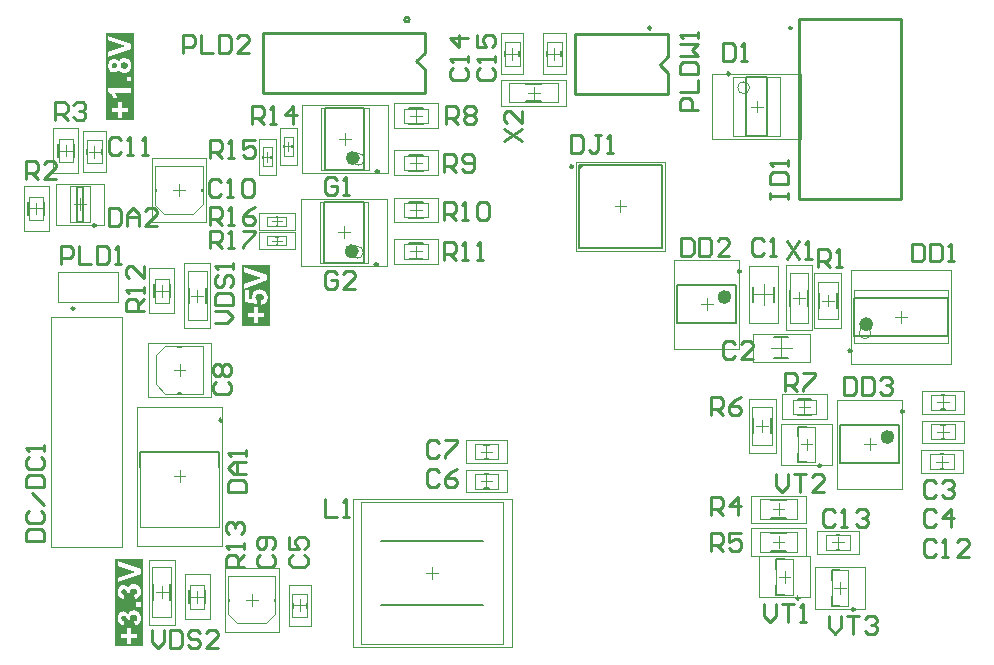
<source format=gto>
G04 Layer_Color=65535*
%FSLAX42Y42*%
%MOMM*%
G71*
G01*
G75*
%ADD36C,0.10*%
%ADD40C,0.20*%
%ADD41C,0.25*%
%ADD42C,0.05*%
%ADD50C,0.25*%
%ADD51C,0.60*%
%ADD52C,0.08*%
G36*
X1194Y142D02*
X957D01*
Y881D01*
X1194D01*
Y142D01*
D02*
G37*
G36*
X1112Y4595D02*
X876D01*
Y5333D01*
X1112D01*
Y4595D01*
D02*
G37*
G36*
X4883Y4180D02*
Y4217D01*
X4920D01*
X4883Y4180D01*
D02*
G37*
G36*
X2266Y2856D02*
X2030D01*
Y3370D01*
X2266D01*
Y2856D01*
D02*
G37*
%LPC*%
G36*
X1115Y446D02*
X1113D01*
X1106Y445D01*
X1101Y444D01*
X1095Y443D01*
X1091Y441D01*
X1088Y439D01*
X1085Y438D01*
X1083Y437D01*
X1083Y436D01*
X1079Y432D01*
X1075Y428D01*
X1072Y423D01*
X1070Y419D01*
X1068Y415D01*
X1068Y412D01*
X1067Y411D01*
Y410D01*
X1067Y410D01*
Y410D01*
X1064Y415D01*
X1061Y419D01*
X1057Y422D01*
X1054Y426D01*
X1051Y428D01*
X1047Y431D01*
X1044Y432D01*
X1041Y434D01*
X1038Y435D01*
X1035Y436D01*
X1033Y437D01*
X1030Y437D01*
X1029Y437D01*
X1027Y437D01*
X1026D01*
X1023Y437D01*
X1020Y437D01*
X1014Y435D01*
X1008Y433D01*
X1003Y431D01*
X1000Y428D01*
X997Y426D01*
X996Y425D01*
X995Y424D01*
X995Y424D01*
X994Y424D01*
X991Y421D01*
X988Y417D01*
X986Y414D01*
X984Y410D01*
X982Y406D01*
X981Y403D01*
X979Y396D01*
X978Y393D01*
X978Y390D01*
X977Y387D01*
X977Y385D01*
X977Y383D01*
Y381D01*
Y380D01*
Y380D01*
X977Y374D01*
X978Y369D01*
X979Y364D01*
X980Y360D01*
X981Y357D01*
X982Y354D01*
X983Y352D01*
X983Y352D01*
Y352D01*
X985Y347D01*
X988Y343D01*
X991Y340D01*
X993Y337D01*
X996Y335D01*
X998Y333D01*
X999Y332D01*
X1000Y332D01*
X1004Y329D01*
X1008Y327D01*
X1013Y325D01*
X1017Y324D01*
X1021Y322D01*
X1025Y322D01*
X1026Y321D01*
X1027D01*
X1027Y321D01*
X1028D01*
X1033Y355D01*
X1029Y356D01*
X1025Y357D01*
X1021Y358D01*
X1019Y359D01*
X1017Y361D01*
X1015Y362D01*
X1014Y363D01*
X1014Y363D01*
X1012Y365D01*
X1010Y368D01*
X1009Y371D01*
X1008Y373D01*
X1008Y376D01*
X1007Y377D01*
Y379D01*
Y379D01*
X1008Y382D01*
X1008Y386D01*
X1009Y388D01*
X1010Y390D01*
X1011Y392D01*
X1012Y393D01*
X1013Y394D01*
X1013Y395D01*
X1015Y397D01*
X1018Y398D01*
X1021Y399D01*
X1023Y400D01*
X1025Y400D01*
X1027Y400D01*
X1029D01*
X1033Y400D01*
X1036Y399D01*
X1040Y398D01*
X1042Y397D01*
X1044Y395D01*
X1046Y394D01*
X1047Y393D01*
X1047Y392D01*
X1049Y389D01*
X1051Y385D01*
X1052Y382D01*
X1053Y378D01*
X1053Y375D01*
X1053Y372D01*
Y371D01*
Y370D01*
Y370D01*
Y369D01*
X1083Y365D01*
X1082Y369D01*
X1081Y372D01*
X1081Y375D01*
X1081Y378D01*
X1080Y380D01*
Y381D01*
Y382D01*
Y382D01*
X1081Y386D01*
X1082Y390D01*
X1083Y393D01*
X1084Y395D01*
X1086Y397D01*
X1087Y399D01*
X1088Y400D01*
X1089Y400D01*
X1092Y403D01*
X1096Y405D01*
X1099Y406D01*
X1103Y407D01*
X1106Y408D01*
X1109Y408D01*
X1111D01*
X1116Y408D01*
X1121Y407D01*
X1125Y406D01*
X1128Y404D01*
X1131Y403D01*
X1133Y402D01*
X1134Y400D01*
X1134Y400D01*
X1137Y397D01*
X1139Y394D01*
X1141Y391D01*
X1142Y388D01*
X1143Y385D01*
X1143Y383D01*
X1143Y382D01*
Y381D01*
X1143Y377D01*
X1142Y374D01*
X1141Y371D01*
X1139Y368D01*
X1138Y366D01*
X1137Y364D01*
X1136Y363D01*
X1136Y363D01*
X1133Y360D01*
X1130Y358D01*
X1126Y357D01*
X1123Y355D01*
X1120Y355D01*
X1117Y354D01*
X1116Y354D01*
X1115D01*
X1119Y318D01*
X1124Y319D01*
X1128Y320D01*
X1136Y322D01*
X1143Y325D01*
X1145Y327D01*
X1148Y329D01*
X1151Y331D01*
X1153Y332D01*
X1154Y334D01*
X1156Y335D01*
X1157Y336D01*
X1158Y337D01*
X1158Y338D01*
X1159Y338D01*
X1161Y341D01*
X1164Y345D01*
X1166Y348D01*
X1167Y352D01*
X1170Y359D01*
X1172Y366D01*
X1172Y369D01*
X1173Y372D01*
X1173Y375D01*
X1173Y377D01*
X1174Y379D01*
Y380D01*
Y381D01*
Y381D01*
X1173Y386D01*
X1173Y391D01*
X1172Y396D01*
X1171Y400D01*
X1169Y404D01*
X1168Y408D01*
X1166Y412D01*
X1165Y415D01*
X1163Y417D01*
X1161Y420D01*
X1160Y422D01*
X1159Y424D01*
X1158Y425D01*
X1157Y427D01*
X1156Y427D01*
X1156Y427D01*
X1153Y431D01*
X1149Y433D01*
X1145Y436D01*
X1142Y438D01*
X1138Y440D01*
X1134Y442D01*
X1128Y444D01*
X1124Y444D01*
X1121Y445D01*
X1119Y445D01*
X1117Y446D01*
X1115Y446D01*
D02*
G37*
G36*
X1170Y514D02*
X1133D01*
Y477D01*
X1170D01*
Y514D01*
D02*
G37*
G36*
X1093Y297D02*
X1058D01*
Y246D01*
X1008D01*
Y213D01*
X1058D01*
Y162D01*
X1093D01*
Y213D01*
X1142D01*
Y246D01*
X1093D01*
Y297D01*
D02*
G37*
G36*
X1115Y670D02*
X1113D01*
X1106Y669D01*
X1101Y668D01*
X1095Y667D01*
X1091Y665D01*
X1088Y663D01*
X1085Y662D01*
X1083Y661D01*
X1083Y660D01*
X1079Y656D01*
X1075Y652D01*
X1072Y647D01*
X1070Y643D01*
X1068Y639D01*
X1068Y636D01*
X1067Y635D01*
Y634D01*
X1067Y634D01*
Y634D01*
X1064Y639D01*
X1061Y643D01*
X1057Y646D01*
X1054Y650D01*
X1051Y653D01*
X1047Y655D01*
X1044Y656D01*
X1041Y658D01*
X1038Y659D01*
X1035Y660D01*
X1033Y661D01*
X1030Y661D01*
X1029Y661D01*
X1027Y661D01*
X1026D01*
X1023Y661D01*
X1020Y661D01*
X1014Y659D01*
X1008Y657D01*
X1003Y655D01*
X1000Y652D01*
X997Y650D01*
X996Y649D01*
X995Y648D01*
X995Y648D01*
X994Y648D01*
X991Y645D01*
X988Y641D01*
X986Y638D01*
X984Y634D01*
X982Y630D01*
X981Y627D01*
X979Y620D01*
X978Y617D01*
X978Y614D01*
X977Y611D01*
X977Y609D01*
X977Y607D01*
Y605D01*
Y604D01*
Y604D01*
X977Y598D01*
X978Y593D01*
X979Y588D01*
X980Y584D01*
X981Y581D01*
X982Y578D01*
X983Y576D01*
X983Y576D01*
Y576D01*
X985Y571D01*
X988Y567D01*
X991Y564D01*
X993Y561D01*
X996Y559D01*
X998Y557D01*
X999Y556D01*
X1000Y556D01*
X1004Y553D01*
X1008Y551D01*
X1013Y549D01*
X1017Y548D01*
X1021Y546D01*
X1025Y546D01*
X1026Y545D01*
X1027D01*
X1027Y545D01*
X1028D01*
X1033Y579D01*
X1029Y580D01*
X1025Y581D01*
X1021Y582D01*
X1019Y583D01*
X1017Y585D01*
X1015Y586D01*
X1014Y587D01*
X1014Y587D01*
X1012Y589D01*
X1010Y592D01*
X1009Y595D01*
X1008Y598D01*
X1008Y600D01*
X1007Y601D01*
Y603D01*
Y603D01*
X1008Y606D01*
X1008Y610D01*
X1009Y612D01*
X1010Y614D01*
X1011Y616D01*
X1012Y618D01*
X1013Y618D01*
X1013Y619D01*
X1015Y621D01*
X1018Y622D01*
X1021Y623D01*
X1023Y624D01*
X1025Y624D01*
X1027Y624D01*
X1029D01*
X1033Y624D01*
X1036Y623D01*
X1040Y622D01*
X1042Y621D01*
X1044Y619D01*
X1046Y618D01*
X1047Y617D01*
X1047Y616D01*
X1049Y613D01*
X1051Y609D01*
X1052Y606D01*
X1053Y602D01*
X1053Y599D01*
X1053Y596D01*
Y595D01*
Y594D01*
Y594D01*
Y593D01*
X1083Y589D01*
X1082Y593D01*
X1081Y596D01*
X1081Y599D01*
X1081Y602D01*
X1080Y604D01*
Y605D01*
Y606D01*
Y606D01*
X1081Y610D01*
X1082Y614D01*
X1083Y617D01*
X1084Y619D01*
X1086Y621D01*
X1087Y623D01*
X1088Y624D01*
X1089Y624D01*
X1092Y627D01*
X1096Y629D01*
X1099Y630D01*
X1103Y631D01*
X1106Y632D01*
X1109Y632D01*
X1111D01*
X1116Y632D01*
X1121Y631D01*
X1125Y630D01*
X1128Y628D01*
X1131Y627D01*
X1133Y626D01*
X1134Y624D01*
X1134Y624D01*
X1137Y621D01*
X1139Y618D01*
X1141Y615D01*
X1142Y612D01*
X1143Y609D01*
X1143Y607D01*
X1143Y606D01*
Y605D01*
X1143Y601D01*
X1142Y598D01*
X1141Y595D01*
X1139Y592D01*
X1138Y590D01*
X1137Y588D01*
X1136Y587D01*
X1136Y587D01*
X1133Y584D01*
X1130Y582D01*
X1126Y581D01*
X1123Y579D01*
X1120Y579D01*
X1117Y578D01*
X1116Y578D01*
X1115D01*
X1119Y542D01*
X1124Y543D01*
X1128Y544D01*
X1136Y546D01*
X1143Y550D01*
X1145Y551D01*
X1148Y553D01*
X1151Y555D01*
X1153Y556D01*
X1154Y558D01*
X1156Y559D01*
X1157Y560D01*
X1158Y561D01*
X1158Y562D01*
X1159Y562D01*
X1161Y565D01*
X1164Y569D01*
X1166Y572D01*
X1167Y576D01*
X1170Y583D01*
X1172Y590D01*
X1172Y593D01*
X1173Y596D01*
X1173Y599D01*
X1173Y601D01*
X1174Y603D01*
Y604D01*
Y605D01*
Y605D01*
X1173Y610D01*
X1173Y615D01*
X1172Y620D01*
X1171Y624D01*
X1169Y628D01*
X1168Y632D01*
X1166Y636D01*
X1165Y639D01*
X1163Y641D01*
X1161Y644D01*
X1160Y646D01*
X1159Y648D01*
X1158Y649D01*
X1157Y651D01*
X1156Y651D01*
X1156Y651D01*
X1153Y655D01*
X1149Y657D01*
X1145Y660D01*
X1142Y662D01*
X1138Y664D01*
X1134Y666D01*
X1128Y668D01*
X1124Y668D01*
X1121Y669D01*
X1119Y669D01*
X1117Y670D01*
X1115Y670D01*
D02*
G37*
G36*
X978Y861D02*
Y819D01*
X1120Y772D01*
X978Y724D01*
Y682D01*
X1170Y751D01*
Y792D01*
X978Y861D01*
D02*
G37*
G36*
X1089Y4966D02*
X1052D01*
Y4929D01*
X1089D01*
Y4966D01*
D02*
G37*
G36*
X1035Y5122D02*
X1032D01*
X1027Y5122D01*
X1021Y5121D01*
X1016Y5120D01*
X1012Y5118D01*
X1009Y5117D01*
X1006Y5115D01*
X1005Y5114D01*
X1004Y5114D01*
X1000Y5111D01*
X996Y5107D01*
X992Y5103D01*
X990Y5099D01*
X988Y5095D01*
X986Y5092D01*
X985Y5091D01*
X985Y5090D01*
X985Y5090D01*
Y5089D01*
X983Y5094D01*
X980Y5098D01*
X978Y5101D01*
X975Y5104D01*
X973Y5106D01*
X971Y5108D01*
X970Y5109D01*
X969Y5109D01*
X965Y5111D01*
X961Y5113D01*
X957Y5114D01*
X953Y5115D01*
X950Y5116D01*
X947Y5116D01*
X945D01*
X941Y5116D01*
X937Y5116D01*
X931Y5114D01*
X925Y5111D01*
X919Y5109D01*
X915Y5106D01*
X914Y5104D01*
X912Y5103D01*
X911Y5102D01*
X910Y5101D01*
X910Y5101D01*
X910Y5101D01*
X907Y5098D01*
X905Y5095D01*
X903Y5091D01*
X901Y5088D01*
X899Y5081D01*
X897Y5074D01*
X897Y5071D01*
X896Y5068D01*
X896Y5065D01*
X896Y5063D01*
X896Y5061D01*
Y5059D01*
Y5058D01*
Y5058D01*
X896Y5053D01*
X896Y5048D01*
X897Y5044D01*
X898Y5040D01*
X899Y5036D01*
X900Y5032D01*
X901Y5029D01*
X902Y5026D01*
X904Y5024D01*
X905Y5021D01*
X906Y5020D01*
X907Y5018D01*
X908Y5017D01*
X909Y5016D01*
X909Y5016D01*
X910Y5015D01*
X912Y5013D01*
X915Y5010D01*
X918Y5008D01*
X921Y5007D01*
X927Y5004D01*
X933Y5002D01*
X938Y5001D01*
X940Y5001D01*
X942Y5001D01*
X943Y5000D01*
X945D01*
X950Y5001D01*
X954Y5001D01*
X958Y5002D01*
X962Y5004D01*
X965Y5005D01*
X967Y5006D01*
X968Y5006D01*
X969Y5007D01*
X972Y5010D01*
X975Y5013D01*
X978Y5016D01*
X981Y5020D01*
X982Y5023D01*
X984Y5025D01*
X985Y5027D01*
X985Y5027D01*
Y5028D01*
X988Y5022D01*
X991Y5017D01*
X994Y5013D01*
X998Y5009D01*
X1001Y5006D01*
X1003Y5005D01*
X1005Y5003D01*
X1005Y5003D01*
X1005D01*
X1010Y5001D01*
X1015Y4999D01*
X1020Y4998D01*
X1025Y4996D01*
X1028Y4996D01*
X1031Y4996D01*
X1034D01*
X1039Y4996D01*
X1044Y4996D01*
X1049Y4998D01*
X1053Y4999D01*
X1057Y5000D01*
X1061Y5002D01*
X1064Y5004D01*
X1067Y5006D01*
X1070Y5008D01*
X1072Y5010D01*
X1074Y5011D01*
X1076Y5013D01*
X1077Y5014D01*
X1078Y5015D01*
X1078Y5016D01*
X1079Y5016D01*
X1081Y5019D01*
X1083Y5023D01*
X1085Y5027D01*
X1087Y5030D01*
X1089Y5038D01*
X1091Y5044D01*
X1091Y5048D01*
X1092Y5051D01*
X1092Y5053D01*
X1092Y5055D01*
X1092Y5057D01*
Y5059D01*
Y5059D01*
Y5060D01*
X1092Y5065D01*
X1092Y5070D01*
X1091Y5074D01*
X1090Y5079D01*
X1088Y5083D01*
X1087Y5086D01*
X1086Y5090D01*
X1084Y5093D01*
X1082Y5096D01*
X1081Y5098D01*
X1080Y5100D01*
X1078Y5102D01*
X1077Y5103D01*
X1077Y5104D01*
X1076Y5105D01*
X1076Y5105D01*
X1072Y5108D01*
X1069Y5111D01*
X1065Y5113D01*
X1062Y5115D01*
X1058Y5117D01*
X1055Y5118D01*
X1048Y5120D01*
X1045Y5121D01*
X1042Y5121D01*
X1039Y5122D01*
X1037Y5122D01*
X1035Y5122D01*
D02*
G37*
G36*
X897Y5313D02*
Y5272D01*
X1039Y5225D01*
X897Y5176D01*
Y5134D01*
X1089Y5203D01*
Y5245D01*
X897Y5313D01*
D02*
G37*
G36*
X1011Y4749D02*
X977D01*
Y4699D01*
X927D01*
Y4665D01*
X977D01*
Y4615D01*
X1011D01*
Y4665D01*
X1061D01*
Y4699D01*
X1011D01*
Y4749D01*
D02*
G37*
G36*
X1089Y4866D02*
X896D01*
Y4836D01*
X902Y4833D01*
X908Y4830D01*
X913Y4826D01*
X918Y4822D01*
X921Y4819D01*
X924Y4816D01*
X925Y4815D01*
X926Y4814D01*
X926Y4813D01*
X927Y4813D01*
X931Y4807D01*
X935Y4801D01*
X938Y4796D01*
X940Y4791D01*
X942Y4787D01*
X943Y4784D01*
X944Y4783D01*
X944Y4782D01*
X944Y4782D01*
Y4782D01*
X977D01*
X974Y4792D01*
X969Y4801D01*
X967Y4805D01*
X965Y4809D01*
X962Y4812D01*
X960Y4816D01*
X958Y4819D01*
X956Y4822D01*
X954Y4824D01*
X953Y4826D01*
X951Y4827D01*
X950Y4828D01*
X950Y4829D01*
X950Y4829D01*
X1089D01*
Y4866D01*
D02*
G37*
%LPD*%
G36*
X1036Y5086D02*
X1041Y5085D01*
X1045Y5083D01*
X1048Y5082D01*
X1051Y5081D01*
X1053Y5079D01*
X1054Y5078D01*
X1055Y5078D01*
X1057Y5075D01*
X1059Y5072D01*
X1061Y5069D01*
X1062Y5066D01*
X1062Y5063D01*
X1063Y5061D01*
Y5060D01*
Y5059D01*
X1062Y5055D01*
X1061Y5051D01*
X1060Y5048D01*
X1058Y5045D01*
X1057Y5043D01*
X1056Y5041D01*
X1055Y5040D01*
X1054Y5040D01*
X1051Y5037D01*
X1047Y5035D01*
X1043Y5034D01*
X1039Y5033D01*
X1035Y5033D01*
X1033Y5032D01*
X1030D01*
X1026Y5032D01*
X1022Y5033D01*
X1019Y5034D01*
X1016Y5035D01*
X1014Y5036D01*
X1012Y5037D01*
X1010Y5038D01*
X1010Y5038D01*
X1007Y5041D01*
X1004Y5044D01*
X1003Y5048D01*
X1002Y5051D01*
X1001Y5054D01*
X1000Y5056D01*
Y5058D01*
Y5058D01*
Y5059D01*
X1001Y5063D01*
X1002Y5067D01*
X1003Y5070D01*
X1005Y5073D01*
X1006Y5075D01*
X1007Y5077D01*
X1009Y5078D01*
X1009Y5078D01*
X1012Y5081D01*
X1016Y5083D01*
X1019Y5084D01*
X1023Y5085D01*
X1026Y5086D01*
X1029Y5086D01*
X1031D01*
X1036Y5086D01*
D02*
G37*
G36*
X952Y5081D02*
X955Y5080D01*
X958Y5079D01*
X960Y5078D01*
X963Y5077D01*
X964Y5076D01*
X965Y5075D01*
X965Y5075D01*
X967Y5073D01*
X969Y5070D01*
X970Y5067D01*
X970Y5064D01*
X971Y5062D01*
X971Y5060D01*
Y5059D01*
Y5058D01*
X971Y5054D01*
X970Y5051D01*
X969Y5048D01*
X968Y5046D01*
X967Y5044D01*
X966Y5043D01*
X965Y5042D01*
X965Y5041D01*
X963Y5039D01*
X960Y5038D01*
X957Y5037D01*
X954Y5036D01*
X952Y5036D01*
X950Y5035D01*
X948D01*
X944Y5036D01*
X941Y5036D01*
X938Y5037D01*
X936Y5038D01*
X934Y5039D01*
X932Y5041D01*
X931Y5041D01*
X931Y5041D01*
X929Y5044D01*
X927Y5047D01*
X926Y5049D01*
X926Y5052D01*
X925Y5055D01*
X925Y5057D01*
Y5058D01*
Y5058D01*
X925Y5062D01*
X926Y5065D01*
X927Y5068D01*
X928Y5071D01*
X929Y5073D01*
X930Y5074D01*
X931Y5075D01*
X931Y5075D01*
X934Y5077D01*
X936Y5079D01*
X939Y5080D01*
X942Y5081D01*
X944Y5081D01*
X946Y5081D01*
X948D01*
X952Y5081D01*
D02*
G37*
%LPC*%
G36*
X2165Y3011D02*
X2131D01*
Y2960D01*
X2081D01*
Y2926D01*
X2131D01*
Y2876D01*
X2165D01*
Y2926D01*
X2215D01*
Y2960D01*
X2165D01*
Y3011D01*
D02*
G37*
G36*
X2180Y3163D02*
X2178D01*
X2173Y3163D01*
X2168Y3162D01*
X2163Y3162D01*
X2159Y3161D01*
X2155Y3159D01*
X2151Y3158D01*
X2147Y3156D01*
X2144Y3155D01*
X2141Y3153D01*
X2139Y3152D01*
X2137Y3150D01*
X2135Y3149D01*
X2134Y3148D01*
X2133Y3147D01*
X2132Y3146D01*
X2132Y3146D01*
X2129Y3143D01*
X2126Y3139D01*
X2123Y3136D01*
X2121Y3132D01*
X2120Y3129D01*
X2118Y3125D01*
X2116Y3119D01*
X2115Y3116D01*
X2115Y3113D01*
X2114Y3111D01*
X2114Y3109D01*
X2114Y3107D01*
Y3106D01*
Y3105D01*
Y3104D01*
X2114Y3100D01*
X2115Y3095D01*
X2116Y3091D01*
X2117Y3087D01*
X2118Y3084D01*
X2119Y3081D01*
X2120Y3080D01*
X2120Y3079D01*
Y3079D01*
X2087Y3085D01*
Y3155D01*
X2053D01*
Y3057D01*
X2153Y3038D01*
X2157Y3068D01*
X2155Y3071D01*
X2153Y3073D01*
X2151Y3076D01*
X2149Y3078D01*
X2146Y3083D01*
X2145Y3087D01*
X2144Y3091D01*
X2143Y3094D01*
X2143Y3095D01*
Y3096D01*
Y3096D01*
Y3097D01*
X2143Y3101D01*
X2144Y3105D01*
X2146Y3109D01*
X2148Y3112D01*
X2149Y3114D01*
X2151Y3116D01*
X2152Y3117D01*
X2152Y3118D01*
X2156Y3120D01*
X2160Y3122D01*
X2164Y3124D01*
X2169Y3124D01*
X2173Y3125D01*
X2176Y3126D01*
X2179D01*
X2186Y3125D01*
X2191Y3124D01*
X2196Y3123D01*
X2200Y3122D01*
X2203Y3120D01*
X2206Y3119D01*
X2207Y3118D01*
X2207Y3118D01*
X2210Y3114D01*
X2213Y3111D01*
X2214Y3108D01*
X2216Y3105D01*
X2216Y3102D01*
X2216Y3100D01*
X2217Y3098D01*
Y3098D01*
X2216Y3094D01*
X2216Y3091D01*
X2214Y3088D01*
X2213Y3085D01*
X2212Y3083D01*
X2211Y3081D01*
X2210Y3080D01*
X2209Y3080D01*
X2206Y3077D01*
X2203Y3075D01*
X2200Y3073D01*
X2197Y3072D01*
X2194Y3071D01*
X2192Y3071D01*
X2190Y3071D01*
X2190D01*
X2194Y3034D01*
X2198Y3035D01*
X2202Y3036D01*
X2210Y3038D01*
X2216Y3041D01*
X2219Y3043D01*
X2222Y3045D01*
X2224Y3047D01*
X2226Y3048D01*
X2228Y3050D01*
X2229Y3051D01*
X2231Y3052D01*
X2231Y3053D01*
X2232Y3053D01*
X2232Y3054D01*
X2234Y3057D01*
X2237Y3060D01*
X2239Y3064D01*
X2240Y3068D01*
X2243Y3075D01*
X2244Y3082D01*
X2245Y3085D01*
X2245Y3088D01*
X2246Y3091D01*
X2246Y3093D01*
X2246Y3095D01*
Y3096D01*
Y3097D01*
Y3097D01*
X2246Y3103D01*
X2245Y3109D01*
X2244Y3114D01*
X2242Y3119D01*
X2240Y3124D01*
X2238Y3128D01*
X2236Y3132D01*
X2233Y3136D01*
X2231Y3139D01*
X2229Y3142D01*
X2227Y3144D01*
X2225Y3146D01*
X2223Y3147D01*
X2222Y3149D01*
X2221Y3149D01*
X2221Y3149D01*
X2217Y3152D01*
X2214Y3154D01*
X2210Y3156D01*
X2206Y3157D01*
X2199Y3160D01*
X2192Y3162D01*
X2189Y3162D01*
X2187Y3162D01*
X2184Y3163D01*
X2182D01*
X2180Y3163D01*
D02*
G37*
G36*
X2050Y3350D02*
Y3309D01*
X2193Y3262D01*
X2050Y3213D01*
Y3171D01*
X2242Y3240D01*
Y3282D01*
X2050Y3350D01*
D02*
G37*
%LPD*%
D36*
X1239Y2707D02*
G03*
X1239Y2707I-5J0D01*
G01*
X1891Y270D02*
G03*
X1891Y270I-5J0D01*
G01*
X1275Y3740D02*
G03*
X1275Y3740I-5J0D01*
G01*
X3064Y4265D02*
G03*
X3064Y4265I-50J0D01*
G01*
X3056Y3477D02*
G03*
X3056Y3477I-50J0D01*
G01*
X7354Y2796D02*
G03*
X7354Y2796I-50J0D01*
G01*
X6326Y4872D02*
G03*
X6326Y4872I-50J0D01*
G01*
X570Y4035D02*
X745D01*
X570Y3733D02*
X745D01*
X570D02*
Y4035D01*
X745Y3733D02*
Y4035D01*
X6519Y1849D02*
Y2169D01*
X6349Y1849D02*
Y2169D01*
X6519D01*
X6349Y1849D02*
X6519D01*
X7865Y2270D02*
X8065D01*
X7865Y2145D02*
X8065D01*
X7865D02*
Y2270D01*
X8065Y2145D02*
Y2270D01*
X7865Y2020D02*
X8065D01*
X7865Y1895D02*
X8065D01*
X7865D02*
Y2020D01*
X8065Y1895D02*
Y2020D01*
X7855Y1644D02*
X8055D01*
X7855Y1769D02*
X8055D01*
Y1644D02*
Y1769D01*
X7855Y1644D02*
Y1769D01*
X6412Y1386D02*
X6732D01*
X6412Y1216D02*
X6732D01*
X6412D02*
Y1386D01*
X6732Y1216D02*
Y1386D01*
X3104Y4176D02*
Y4696D01*
X2694Y4176D02*
Y4696D01*
Y4176D02*
X3104D01*
X2694Y4696D02*
X3104D01*
X3096Y3387D02*
Y3907D01*
X2686Y3387D02*
Y3907D01*
Y3387D02*
X3096D01*
X2686Y3907D02*
X3096D01*
X1300Y2361D02*
Y2606D01*
X1375Y2681D01*
X1700D01*
X1380Y2281D02*
X1700D01*
X1300Y2361D02*
X1380Y2281D01*
X1700D02*
Y2681D01*
X1988Y336D02*
X2233D01*
X1912Y411D02*
X1988Y336D01*
X1912Y411D02*
Y736D01*
X2312Y416D02*
Y736D01*
X2233Y336D02*
X2312Y416D01*
X1912Y736D02*
X2312D01*
X1371Y3806D02*
X1616D01*
X1296Y3881D02*
X1371Y3806D01*
X1296Y3881D02*
Y4206D01*
X1696Y3886D02*
Y4206D01*
X1616Y3806D02*
X1696Y3886D01*
X1296Y4206D02*
X1696D01*
X1570Y2901D02*
Y3321D01*
X1730Y2901D02*
Y3321D01*
X1570Y2901D02*
X1730D01*
X1570Y3321D02*
X1730D01*
X1430Y391D02*
Y811D01*
X1270Y391D02*
Y811D01*
X1430D01*
X1270Y391D02*
X1430D01*
X7214Y2706D02*
X8004D01*
X7214Y3156D02*
X8004D01*
X7214Y2706D02*
Y3156D01*
X8004Y2706D02*
Y3156D01*
X4883Y3517D02*
Y4217D01*
X5583Y3517D02*
Y4217D01*
X4883D02*
X5583D01*
X4883Y3517D02*
X5583D01*
X3040Y164D02*
Y1364D01*
X4240Y164D02*
Y1364D01*
X3040D02*
X4240D01*
X3040Y164D02*
X4240D01*
X7074Y2909D02*
Y3229D01*
X6904Y2909D02*
Y3229D01*
X7074D01*
X6904Y2909D02*
X7074D01*
X6412Y940D02*
X6732D01*
X6412Y1110D02*
X6732D01*
Y940D02*
Y1110D01*
X6412Y940D02*
Y1110D01*
X228Y3749D02*
Y3949D01*
X348Y3749D02*
Y3949D01*
X228Y3749D02*
X348D01*
X228Y3949D02*
X348D01*
X478Y4239D02*
Y4439D01*
X598Y4239D02*
Y4439D01*
X478Y4239D02*
X598D01*
X478Y4439D02*
X598D01*
X6691Y2111D02*
X6891D01*
X6691Y2231D02*
X6891D01*
Y2111D02*
Y2231D01*
X6691Y2111D02*
Y2231D01*
X3403Y4575D02*
X3603D01*
X3403Y4695D02*
X3603D01*
Y4575D02*
Y4695D01*
X3403Y4575D02*
Y4695D01*
Y4175D02*
X3603D01*
X3403Y4295D02*
X3603D01*
Y4175D02*
Y4295D01*
X3403Y4175D02*
Y4295D01*
Y3775D02*
X3603D01*
X3403Y3895D02*
X3603D01*
Y3775D02*
Y3895D01*
X3403Y3775D02*
Y3895D01*
Y3425D02*
X3603D01*
X3403Y3545D02*
X3603D01*
Y3425D02*
Y3545D01*
X3403Y3425D02*
Y3545D01*
X1290Y3051D02*
Y3251D01*
X1410Y3051D02*
Y3251D01*
X1290Y3051D02*
X1410D01*
X1290Y3251D02*
X1410D01*
X1590Y461D02*
Y661D01*
X1710Y461D02*
Y661D01*
X1590Y461D02*
X1710D01*
X1590Y661D02*
X1710D01*
X2456Y388D02*
Y588D01*
X2581Y388D02*
Y588D01*
X2456Y388D02*
X2581D01*
X2456Y588D02*
X2581D01*
X3999Y1477D02*
X4199D01*
X3999Y1602D02*
X4199D01*
Y1477D02*
Y1602D01*
X3999Y1477D02*
Y1602D01*
Y1727D02*
X4199D01*
X3999Y1852D02*
X4199D01*
Y1727D02*
Y1852D01*
X3999Y1727D02*
Y1852D01*
X718Y4230D02*
Y4430D01*
X843Y4230D02*
Y4430D01*
X718Y4230D02*
X843D01*
X718Y4430D02*
X843D01*
X6976Y959D02*
X7176D01*
X6976Y1084D02*
X7176D01*
Y959D02*
Y1084D01*
X6976Y959D02*
Y1084D01*
X4254Y5059D02*
Y5259D01*
X4379Y5059D02*
Y5259D01*
X4254Y5059D02*
X4379D01*
X4254Y5259D02*
X4379D01*
X4612Y5059D02*
Y5259D01*
X4737Y5059D02*
Y5259D01*
X4612Y5059D02*
X4737D01*
X4612Y5259D02*
X4737D01*
X2381Y4295D02*
Y4455D01*
X2461Y4295D02*
Y4455D01*
X2381Y4295D02*
X2461D01*
X2381Y4455D02*
X2461D01*
X2203Y4205D02*
Y4365D01*
X2283Y4205D02*
Y4365D01*
X2203Y4205D02*
X2283D01*
X2203Y4365D02*
X2283D01*
X2244Y3779D02*
X2404D01*
X2244Y3699D02*
X2404D01*
X2244D02*
Y3779D01*
X2404Y3699D02*
Y3779D01*
X2244Y3616D02*
X2404D01*
X2244Y3536D02*
X2404D01*
X2244D02*
Y3616D01*
X2404Y3536D02*
Y3616D01*
X6553Y880D02*
X6693D01*
X6553Y580D02*
X6693D01*
X6553D02*
Y880D01*
X6693Y580D02*
Y880D01*
X6739Y2001D02*
X6879D01*
X6739Y1701D02*
X6879D01*
X6739D02*
Y2001D01*
X6879Y1701D02*
Y2001D01*
X7022Y785D02*
X7162D01*
X7022Y485D02*
X7162D01*
X7022D02*
Y785D01*
X7162Y485D02*
Y785D01*
X1162Y1156D02*
Y1791D01*
X1838Y1156D02*
Y1791D01*
X1162Y1156D02*
X1838D01*
X1162Y1791D02*
X1838D01*
X6186Y4462D02*
X6586D01*
X6186Y4962D02*
X6586D01*
Y4462D02*
Y4962D01*
X6186Y4462D02*
Y4962D01*
X6825Y2883D02*
Y3303D01*
X6665Y2883D02*
Y3303D01*
X6825D01*
X6665Y2883D02*
X6825D01*
X4288Y4747D02*
X4708D01*
X4288Y4907D02*
X4708D01*
Y4747D02*
Y4907D01*
X4288Y4747D02*
Y4907D01*
X657Y3834D02*
Y3934D01*
X607Y3884D02*
X707D01*
X5964Y2989D02*
Y3089D01*
X5914Y3039D02*
X6014D01*
X6384Y2009D02*
X6484D01*
X6434Y1959D02*
Y2059D01*
X7344Y1804D02*
Y1904D01*
X7294Y1854D02*
X7394D01*
X7965Y2157D02*
Y2257D01*
X7915Y2207D02*
X8015D01*
X7965Y1907D02*
Y2007D01*
X7915Y1957D02*
X8015D01*
X7955Y1656D02*
Y1756D01*
X7905Y1706D02*
X8005D01*
X6572Y1251D02*
Y1351D01*
X6522Y1301D02*
X6622D01*
X2849Y4435D02*
X2949D01*
X2899Y4385D02*
Y4485D01*
X2841Y3647D02*
X2941D01*
X2891Y3597D02*
Y3697D01*
X1500Y2431D02*
Y2531D01*
X1450Y2481D02*
X1550D01*
X2062Y536D02*
X2162D01*
X2112Y486D02*
Y586D01*
X1446Y4006D02*
X1546D01*
X1496Y3956D02*
Y4056D01*
X1600Y3111D02*
X1700D01*
X1650Y3061D02*
Y3161D01*
X1300Y601D02*
X1400D01*
X1350Y551D02*
Y651D01*
X7609Y2881D02*
Y2981D01*
X7559Y2931D02*
X7659D01*
X5183Y3867D02*
X5283D01*
X5233Y3817D02*
Y3917D01*
X3590Y764D02*
X3690D01*
X3640Y714D02*
Y814D01*
X6939Y3069D02*
X7039D01*
X6989Y3019D02*
Y3119D01*
X6572Y975D02*
Y1075D01*
X6522Y1025D02*
X6622D01*
X238Y3849D02*
X338D01*
X288Y3799D02*
Y3899D01*
X488Y4339D02*
X588D01*
X538Y4289D02*
Y4389D01*
X6791Y2121D02*
Y2221D01*
X6741Y2171D02*
X6841D01*
X3503Y4585D02*
Y4685D01*
X3453Y4635D02*
X3553D01*
X3503Y4185D02*
Y4285D01*
X3453Y4235D02*
X3553D01*
X3503Y3785D02*
Y3885D01*
X3453Y3835D02*
X3553D01*
X3503Y3435D02*
Y3535D01*
X3453Y3485D02*
X3553D01*
X1300Y3151D02*
X1400D01*
X1350Y3101D02*
Y3201D01*
X1600Y561D02*
X1700D01*
X1650Y511D02*
Y611D01*
X6325Y3361D02*
X6565D01*
X6325Y2881D02*
Y3361D01*
Y2881D02*
X6565D01*
Y3361D01*
X6355Y3121D02*
X6535D01*
X6445Y3031D02*
Y3211D01*
X6835Y2550D02*
Y2790D01*
X6355D02*
X6835D01*
X6355Y2550D02*
Y2790D01*
Y2550D02*
X6835D01*
X6595Y2580D02*
Y2760D01*
X6505Y2670D02*
X6685D01*
X2469Y488D02*
X2569D01*
X2519Y438D02*
Y538D01*
X4099Y1490D02*
Y1590D01*
X4049Y1540D02*
X4149D01*
X4099Y1740D02*
Y1840D01*
X4049Y1790D02*
X4149D01*
X730Y4330D02*
X830D01*
X780Y4280D02*
Y4380D01*
X7076Y971D02*
Y1071D01*
X7026Y1021D02*
X7126D01*
X4267Y5159D02*
X4367D01*
X4317Y5109D02*
Y5209D01*
X4624Y5159D02*
X4724D01*
X4674Y5109D02*
Y5209D01*
X2381Y4375D02*
X2461D01*
X2421Y4335D02*
Y4415D01*
X2203Y4285D02*
X2283D01*
X2243Y4245D02*
Y4325D01*
X2324Y3699D02*
Y3779D01*
X2284Y3739D02*
X2364D01*
X2324Y3536D02*
Y3616D01*
X2284Y3576D02*
X2364D01*
X6623Y680D02*
Y780D01*
X6573Y730D02*
X6673D01*
X6809Y1801D02*
Y1901D01*
X6759Y1851D02*
X6859D01*
X7093Y585D02*
Y685D01*
X7043Y635D02*
X7143D01*
X1450Y1581D02*
X1550D01*
X1500Y1531D02*
Y1631D01*
X6386Y4662D02*
Y4762D01*
X6336Y4712D02*
X6436D01*
X6695Y3092D02*
X6795D01*
X6745Y3042D02*
Y3142D01*
X4498Y4777D02*
Y4877D01*
X4448Y4827D02*
X4548D01*
D40*
X632Y3734D02*
Y4034D01*
X682Y3734D02*
Y4034D01*
X632D02*
X682D01*
X632Y3734D02*
X682D01*
X5714Y3199D02*
X6214D01*
X5714Y2879D02*
X6214D01*
Y3199D01*
X5714Y2879D02*
Y3199D01*
X6511Y1944D02*
Y2074D01*
X6356Y1944D02*
Y2074D01*
X7094Y2014D02*
X7594D01*
X7094Y1694D02*
X7594D01*
Y2014D01*
X7094Y1694D02*
Y2014D01*
X7945Y2267D02*
X7985D01*
X7945Y2147D02*
X7985D01*
X7945Y2017D02*
X7985D01*
X7945Y1897D02*
X7985D01*
X7935Y1646D02*
X7975D01*
X7935Y1766D02*
X7975D01*
X6507Y1379D02*
X6638D01*
X6507Y1224D02*
X6638D01*
X3066Y4176D02*
Y4696D01*
X2731Y4176D02*
Y4696D01*
Y4176D02*
X3066D01*
X2731Y4696D02*
X3066D01*
X3058Y3387D02*
Y3907D01*
X2723Y3387D02*
Y3907D01*
Y3387D02*
X3058D01*
X2723Y3907D02*
X3058D01*
X1490Y2286D02*
X1510D01*
X1490Y2676D02*
X1510D01*
X2308Y526D02*
Y546D01*
X1917Y526D02*
Y546D01*
X1691Y3996D02*
Y4016D01*
X1301Y3996D02*
Y4016D01*
X1578Y3046D02*
Y3176D01*
X1723Y3046D02*
Y3176D01*
X1422Y536D02*
Y666D01*
X1277Y536D02*
Y666D01*
X7214Y2769D02*
X8004D01*
X7214Y3094D02*
X8004D01*
X7214Y2769D02*
Y3094D01*
X8004Y2769D02*
Y3094D01*
X4883Y4180D02*
X4920Y4217D01*
X4883Y3517D02*
Y4217D01*
X5583Y3517D02*
Y4217D01*
X4883D02*
X5583D01*
X4883Y3517D02*
X5583D01*
X3210Y1034D02*
X4070D01*
X3210Y494D02*
X4070D01*
X7066Y3004D02*
Y3134D01*
X6911Y3004D02*
Y3134D01*
X6507Y948D02*
X6638D01*
X6507Y1102D02*
X6638D01*
X220Y3794D02*
Y3904D01*
X355Y3794D02*
Y3904D01*
X470Y4284D02*
Y4394D01*
X605Y4284D02*
Y4394D01*
X6736Y2104D02*
X6846D01*
X6736Y2239D02*
X6846D01*
X3447Y4567D02*
X3558D01*
X3447Y4703D02*
X3558D01*
X3447Y4167D02*
X3558D01*
X3447Y4303D02*
X3558D01*
X3447Y3767D02*
X3558D01*
X3447Y3903D02*
X3558D01*
X3447Y3417D02*
X3558D01*
X3447Y3553D02*
X3558D01*
X1283Y3096D02*
Y3206D01*
X1418Y3096D02*
Y3206D01*
X1583Y506D02*
Y616D01*
X1718Y506D02*
Y616D01*
X6355Y3061D02*
Y3181D01*
X6535Y3061D02*
Y3181D01*
X6535Y2760D02*
X6655D01*
X6535Y2580D02*
X6655D01*
X2459Y468D02*
Y507D01*
X2579Y468D02*
Y507D01*
X4079Y1480D02*
X4119D01*
X4079Y1600D02*
X4119D01*
X4079Y1730D02*
X4119D01*
X4079Y1850D02*
X4119D01*
X720Y4310D02*
Y4350D01*
X840Y4310D02*
Y4350D01*
X7056Y961D02*
X7096D01*
X7056Y1081D02*
X7096D01*
X4257Y5139D02*
Y5179D01*
X4377Y5139D02*
Y5179D01*
X4614Y5139D02*
Y5179D01*
X4734Y5139D02*
Y5179D01*
X2386Y4365D02*
Y4385D01*
X2456Y4365D02*
Y4385D01*
X2208Y4275D02*
Y4295D01*
X2278Y4275D02*
Y4295D01*
X2314Y3774D02*
X2334D01*
X2314Y3704D02*
X2334D01*
X2314Y3611D02*
X2334D01*
X2314Y3541D02*
X2334D01*
X6553Y800D02*
Y880D01*
X6623D01*
X6553Y580D02*
Y660D01*
Y580D02*
X6623D01*
X6739Y1921D02*
Y2001D01*
X6809D01*
X6739Y1701D02*
Y1781D01*
Y1701D02*
X6809D01*
X7022Y705D02*
Y785D01*
X7093D01*
X7022Y485D02*
Y565D01*
Y485D02*
X7093D01*
X1165Y1661D02*
Y1791D01*
X1835D01*
Y1661D02*
Y1791D01*
X6296Y4462D02*
X6476D01*
X6296Y4962D02*
X6476D01*
Y4462D02*
Y4962D01*
X6296Y4462D02*
Y4962D01*
X6818Y3027D02*
Y3158D01*
X6672Y3027D02*
Y3158D01*
X4433Y4755D02*
X4563D01*
X4433Y4900D02*
X4563D01*
D41*
X6682Y5378D02*
G03*
X6682Y5378I-10J0D01*
G01*
X3445Y5447D02*
G03*
X3445Y5447I-20J0D01*
G01*
X4847Y4817D02*
X5638D01*
X4846Y4819D02*
X4847Y4817D01*
X4846Y4819D02*
Y5327D01*
X5638D01*
Y5137D02*
Y5327D01*
X5567Y5067D02*
X5638Y5137D01*
X5567Y5067D02*
Y5067D01*
Y5067D02*
X5638Y4997D01*
Y4817D02*
Y4997D01*
X6748Y3928D02*
X7611D01*
X6748Y5454D02*
X7611D01*
Y3928D02*
Y5454D01*
X6748Y3928D02*
Y5454D01*
X2775Y5337D02*
X3425D01*
X2205Y4827D02*
X3575D01*
X2205D02*
Y5337D01*
X2775D01*
X3425D02*
X3475D01*
X3485D01*
X3485Y5337D02*
X3485Y5337D01*
X3485Y5337D02*
X3575D01*
Y5007D02*
Y5027D01*
Y4827D02*
Y5027D01*
Y5167D02*
Y5337D01*
X3505Y5097D02*
X3575Y5167D01*
X3505Y5097D02*
X3575Y5027D01*
X900Y3852D02*
Y3700D01*
X976D01*
X1002Y3725D01*
Y3827D01*
X976Y3852D01*
X900D01*
X1052Y3700D02*
Y3802D01*
X1103Y3852D01*
X1154Y3802D01*
Y3700D01*
Y3776D01*
X1052D01*
X1306Y3700D02*
X1205D01*
X1306Y3802D01*
Y3827D01*
X1281Y3852D01*
X1230D01*
X1205Y3827D01*
X5750Y3602D02*
Y3450D01*
X5826D01*
X5852Y3475D01*
Y3577D01*
X5826Y3602D01*
X5750D01*
X5902D02*
Y3450D01*
X5979D01*
X6004Y3475D01*
Y3577D01*
X5979Y3602D01*
X5902D01*
X6156Y3450D02*
X6055D01*
X6156Y3552D01*
Y3577D01*
X6131Y3602D01*
X6080D01*
X6055Y3577D01*
X6000Y2100D02*
Y2252D01*
X6076D01*
X6102Y2227D01*
Y2176D01*
X6076Y2151D01*
X6000D01*
X6051D02*
X6102Y2100D01*
X6254Y2252D02*
X6203Y2227D01*
X6152Y2176D01*
Y2125D01*
X6178Y2100D01*
X6229D01*
X6254Y2125D01*
Y2151D01*
X6229Y2176D01*
X6152D01*
X7127Y2426D02*
Y2273D01*
X7203D01*
X7228Y2299D01*
Y2400D01*
X7203Y2426D01*
X7127D01*
X7279D02*
Y2273D01*
X7355D01*
X7381Y2299D01*
Y2400D01*
X7355Y2426D01*
X7279D01*
X7431Y2400D02*
X7457Y2426D01*
X7508D01*
X7533Y2400D01*
Y2375D01*
X7508Y2350D01*
X7482D01*
X7508D01*
X7533Y2324D01*
Y2299D01*
X7508Y2273D01*
X7457D01*
X7431Y2299D01*
X7902Y1527D02*
X7876Y1552D01*
X7825D01*
X7800Y1527D01*
Y1425D01*
X7825Y1400D01*
X7876D01*
X7902Y1425D01*
X7952Y1527D02*
X7978Y1552D01*
X8029D01*
X8054Y1527D01*
Y1502D01*
X8029Y1476D01*
X8003D01*
X8029D01*
X8054Y1451D01*
Y1425D01*
X8029Y1400D01*
X7978D01*
X7952Y1425D01*
X7902Y1277D02*
X7876Y1302D01*
X7825D01*
X7800Y1277D01*
Y1175D01*
X7825Y1150D01*
X7876D01*
X7902Y1175D01*
X8029Y1150D02*
Y1302D01*
X7952Y1226D01*
X8054D01*
X7902Y1027D02*
X7876Y1052D01*
X7825D01*
X7800Y1027D01*
Y925D01*
X7825Y900D01*
X7876D01*
X7902Y925D01*
X7952Y900D02*
X8003D01*
X7978D01*
Y1052D01*
X7952Y1027D01*
X8181Y900D02*
X8079D01*
X8181Y1002D01*
Y1027D01*
X8155Y1052D01*
X8105D01*
X8079Y1027D01*
X6000Y1250D02*
Y1402D01*
X6076D01*
X6102Y1377D01*
Y1326D01*
X6076Y1301D01*
X6000D01*
X6051D02*
X6102Y1250D01*
X6229D02*
Y1402D01*
X6152Y1326D01*
X6254D01*
X6100Y5252D02*
Y5100D01*
X6176D01*
X6202Y5125D01*
Y5227D01*
X6176Y5252D01*
X6100D01*
X6252Y5100D02*
X6303D01*
X6278D01*
Y5252D01*
X6252Y5227D01*
X6498Y3933D02*
Y3983D01*
Y3958D01*
X6650D01*
Y3933D01*
Y3983D01*
X6498Y4059D02*
X6650D01*
Y4136D01*
X6625Y4161D01*
X6523D01*
X6498Y4136D01*
Y4059D01*
X6650Y4212D02*
Y4263D01*
Y4237D01*
X6498D01*
X6523Y4212D01*
X1527Y5167D02*
Y5320D01*
X1604D01*
X1629Y5294D01*
Y5244D01*
X1604Y5218D01*
X1527D01*
X1680Y5320D02*
Y5167D01*
X1781D01*
X1832Y5320D02*
Y5167D01*
X1908D01*
X1934Y5193D01*
Y5294D01*
X1908Y5320D01*
X1832D01*
X2086Y5167D02*
X1985D01*
X2086Y5269D01*
Y5294D01*
X2061Y5320D01*
X2010D01*
X1985Y5294D01*
X4817Y4473D02*
Y4321D01*
X4894D01*
X4919Y4346D01*
Y4448D01*
X4894Y4473D01*
X4817D01*
X5071D02*
X5021D01*
X5046D01*
Y4346D01*
X5021Y4321D01*
X4995D01*
X4970Y4346D01*
X5122Y4321D02*
X5173D01*
X5147D01*
Y4473D01*
X5122Y4448D01*
X5893Y4680D02*
X5740D01*
Y4756D01*
X5766Y4782D01*
X5817D01*
X5842Y4756D01*
Y4680D01*
X5740Y4832D02*
X5893D01*
Y4934D01*
X5740Y4985D02*
X5893D01*
Y5061D01*
X5867Y5086D01*
X5766D01*
X5740Y5061D01*
Y4985D01*
Y5137D02*
X5893D01*
X5842Y5188D01*
X5893Y5239D01*
X5740D01*
X5893Y5289D02*
Y5340D01*
Y5315D01*
X5740D01*
X5766Y5289D01*
X4043Y5042D02*
X4018Y5016D01*
Y4965D01*
X4043Y4940D01*
X4145D01*
X4170Y4965D01*
Y5016D01*
X4145Y5042D01*
X4170Y5092D02*
Y5143D01*
Y5118D01*
X4018D01*
X4043Y5092D01*
X4018Y5321D02*
Y5219D01*
X4094D01*
X4069Y5270D01*
Y5295D01*
X4094Y5321D01*
X4145D01*
X4170Y5295D01*
Y5245D01*
X4145Y5219D01*
X4245Y4420D02*
X4398Y4522D01*
X4245D02*
X4398Y4420D01*
Y4674D02*
Y4572D01*
X4296Y4674D01*
X4271D01*
X4245Y4649D01*
Y4598D01*
X4271Y4572D01*
X6647Y3570D02*
X6749Y3417D01*
Y3570D02*
X6647Y3417D01*
X6800D02*
X6851D01*
X6825D01*
Y3570D01*
X6800Y3544D01*
X7000Y402D02*
Y301D01*
X7051Y250D01*
X7102Y301D01*
Y402D01*
X7152D02*
X7254D01*
X7203D01*
Y250D01*
X7305Y377D02*
X7330Y402D01*
X7381D01*
X7406Y377D01*
Y352D01*
X7381Y326D01*
X7355D01*
X7381D01*
X7406Y301D01*
Y275D01*
X7381Y250D01*
X7330D01*
X7305Y275D01*
X6550Y1602D02*
Y1501D01*
X6601Y1450D01*
X6652Y1501D01*
Y1602D01*
X6702D02*
X6804D01*
X6753D01*
Y1450D01*
X6956D02*
X6855D01*
X6956Y1552D01*
Y1577D01*
X6931Y1602D01*
X6880D01*
X6855Y1577D01*
X6450Y502D02*
Y401D01*
X6501Y350D01*
X6552Y401D01*
Y502D01*
X6602D02*
X6704D01*
X6653D01*
Y350D01*
X6755D02*
X6805D01*
X6780D01*
Y502D01*
X6755Y477D01*
X1268Y282D02*
Y181D01*
X1318Y130D01*
X1369Y181D01*
Y282D01*
X1420D02*
Y130D01*
X1496D01*
X1521Y155D01*
Y257D01*
X1496Y282D01*
X1420D01*
X1674Y257D02*
X1648Y282D01*
X1598D01*
X1572Y257D01*
Y232D01*
X1598Y206D01*
X1648D01*
X1674Y181D01*
Y155D01*
X1648Y130D01*
X1598D01*
X1572Y155D01*
X1826Y130D02*
X1725D01*
X1826Y232D01*
Y257D01*
X1801Y282D01*
X1750D01*
X1725Y257D01*
X1798Y2881D02*
X1899D01*
X1950Y2932D01*
X1899Y2983D01*
X1798D01*
Y3034D02*
X1950D01*
Y3110D01*
X1925Y3135D01*
X1823D01*
X1798Y3110D01*
Y3034D01*
X1823Y3288D02*
X1798Y3262D01*
Y3211D01*
X1823Y3186D01*
X1848D01*
X1874Y3211D01*
Y3262D01*
X1899Y3288D01*
X1925D01*
X1950Y3262D01*
Y3211D01*
X1925Y3186D01*
X1950Y3338D02*
Y3389D01*
Y3364D01*
X1798D01*
X1823Y3338D01*
X1755Y3510D02*
Y3662D01*
X1831D01*
X1857Y3637D01*
Y3586D01*
X1831Y3561D01*
X1755D01*
X1806D02*
X1857Y3510D01*
X1907D02*
X1958D01*
X1933D01*
Y3662D01*
X1907Y3637D01*
X2034Y3662D02*
X2136D01*
Y3637D01*
X2034Y3535D01*
Y3510D01*
X1755Y3705D02*
Y3857D01*
X1831D01*
X1857Y3832D01*
Y3781D01*
X1831Y3756D01*
X1755D01*
X1806D02*
X1857Y3705D01*
X1907D02*
X1958D01*
X1933D01*
Y3857D01*
X1907Y3832D01*
X2136Y3857D02*
X2085Y3832D01*
X2034Y3781D01*
Y3730D01*
X2060Y3705D01*
X2110D01*
X2136Y3730D01*
Y3756D01*
X2110Y3781D01*
X2034D01*
X1755Y4274D02*
Y4426D01*
X1831D01*
X1857Y4401D01*
Y4350D01*
X1831Y4325D01*
X1755D01*
X1806D02*
X1857Y4274D01*
X1907D02*
X1958D01*
X1933D01*
Y4426D01*
X1907Y4401D01*
X2136Y4426D02*
X2034D01*
Y4350D01*
X2085Y4375D01*
X2110D01*
X2136Y4350D01*
Y4299D01*
X2110Y4274D01*
X2060D01*
X2034Y4299D01*
X2110Y4566D02*
Y4719D01*
X2186D01*
X2212Y4693D01*
Y4642D01*
X2186Y4617D01*
X2110D01*
X2161D02*
X2212Y4566D01*
X2262D02*
X2313D01*
X2288D01*
Y4719D01*
X2262Y4693D01*
X2465Y4566D02*
Y4719D01*
X2389Y4642D01*
X2491D01*
X2048Y812D02*
X1895D01*
Y889D01*
X1921Y914D01*
X1971D01*
X1997Y889D01*
Y812D01*
Y863D02*
X2048Y914D01*
Y965D02*
Y1016D01*
Y990D01*
X1895D01*
X1921Y965D01*
Y1092D02*
X1895Y1117D01*
Y1168D01*
X1921Y1193D01*
X1946D01*
X1971Y1168D01*
Y1143D01*
Y1168D01*
X1997Y1193D01*
X2022D01*
X2048Y1168D01*
Y1117D01*
X2022Y1092D01*
X1200Y2981D02*
X1048D01*
Y3057D01*
X1073Y3083D01*
X1124D01*
X1149Y3057D01*
Y2981D01*
Y3032D02*
X1200Y3083D01*
Y3134D02*
Y3184D01*
Y3159D01*
X1048D01*
X1073Y3134D01*
X1200Y3362D02*
Y3261D01*
X1098Y3362D01*
X1073D01*
X1048Y3337D01*
Y3286D01*
X1073Y3261D01*
X3738Y3412D02*
Y3565D01*
X3814D01*
X3839Y3539D01*
Y3489D01*
X3814Y3463D01*
X3738D01*
X3788D02*
X3839Y3412D01*
X3890D02*
X3941D01*
X3915D01*
Y3565D01*
X3890Y3539D01*
X4017Y3412D02*
X4068D01*
X4042D01*
Y3565D01*
X4017Y3539D01*
X3738Y3754D02*
Y3906D01*
X3814D01*
X3839Y3881D01*
Y3830D01*
X3814Y3805D01*
X3738D01*
X3788D02*
X3839Y3754D01*
X3890D02*
X3941D01*
X3915D01*
Y3906D01*
X3890Y3881D01*
X4017D02*
X4042Y3906D01*
X4093D01*
X4118Y3881D01*
Y3779D01*
X4093Y3754D01*
X4042D01*
X4017Y3779D01*
Y3881D01*
X3738Y4160D02*
Y4312D01*
X3814D01*
X3839Y4287D01*
Y4236D01*
X3814Y4211D01*
X3738D01*
X3788D02*
X3839Y4160D01*
X3890Y4185D02*
X3915Y4160D01*
X3966D01*
X3991Y4185D01*
Y4287D01*
X3966Y4312D01*
X3915D01*
X3890Y4287D01*
Y4262D01*
X3915Y4236D01*
X3991D01*
X3754Y4566D02*
Y4719D01*
X3830D01*
X3855Y4693D01*
Y4642D01*
X3830Y4617D01*
X3754D01*
X3805D02*
X3855Y4566D01*
X3906Y4693D02*
X3931Y4719D01*
X3982D01*
X4008Y4693D01*
Y4668D01*
X3982Y4642D01*
X4008Y4617D01*
Y4592D01*
X3982Y4566D01*
X3931D01*
X3906Y4592D01*
Y4617D01*
X3931Y4642D01*
X3906Y4668D01*
Y4693D01*
X3931Y4642D02*
X3982D01*
X6624Y2301D02*
Y2453D01*
X6700D01*
X6725Y2428D01*
Y2377D01*
X6700Y2352D01*
X6624D01*
X6674D02*
X6725Y2301D01*
X6776Y2453D02*
X6878D01*
Y2428D01*
X6776Y2326D01*
Y2301D01*
X6000Y950D02*
Y1102D01*
X6076D01*
X6102Y1077D01*
Y1026D01*
X6076Y1001D01*
X6000D01*
X6051D02*
X6102Y950D01*
X6254Y1102D02*
X6152D01*
Y1026D01*
X6203Y1052D01*
X6229D01*
X6254Y1026D01*
Y975D01*
X6229Y950D01*
X6178D01*
X6152Y975D01*
X450Y4600D02*
Y4752D01*
X526D01*
X552Y4727D01*
Y4676D01*
X526Y4651D01*
X450D01*
X501D02*
X552Y4600D01*
X602Y4727D02*
X628Y4752D01*
X679D01*
X704Y4727D01*
Y4702D01*
X679Y4676D01*
X653D01*
X679D01*
X704Y4651D01*
Y4625D01*
X679Y4600D01*
X628D01*
X602Y4625D01*
X200Y4100D02*
Y4252D01*
X276D01*
X302Y4227D01*
Y4176D01*
X276Y4151D01*
X200D01*
X251D02*
X302Y4100D01*
X454D02*
X352D01*
X454Y4202D01*
Y4227D01*
X429Y4252D01*
X378D01*
X352Y4227D01*
X6907Y3353D02*
Y3505D01*
X6984D01*
X7009Y3479D01*
Y3429D01*
X6984Y3403D01*
X6907D01*
X6958D02*
X7009Y3353D01*
X7060D02*
X7111D01*
X7085D01*
Y3505D01*
X7060Y3479D01*
X496Y3381D02*
Y3534D01*
X572D01*
X598Y3508D01*
Y3457D01*
X572Y3432D01*
X496D01*
X648Y3534D02*
Y3381D01*
X750D01*
X801Y3534D02*
Y3381D01*
X877D01*
X902Y3407D01*
Y3508D01*
X877Y3534D01*
X801D01*
X953Y3381D02*
X1004D01*
X978D01*
Y3534D01*
X953Y3508D01*
X2730Y1387D02*
Y1235D01*
X2832D01*
X2882D02*
X2933D01*
X2908D01*
Y1387D01*
X2882Y1362D01*
X2832Y3296D02*
X2806Y3321D01*
X2755D01*
X2730Y3296D01*
Y3194D01*
X2755Y3169D01*
X2806D01*
X2832Y3194D01*
Y3245D01*
X2781D01*
X2984Y3169D02*
X2882D01*
X2984Y3270D01*
Y3296D01*
X2959Y3321D01*
X2908D01*
X2882Y3296D01*
X2832Y4092D02*
X2806Y4117D01*
X2755D01*
X2730Y4092D01*
Y3990D01*
X2755Y3965D01*
X2806D01*
X2832Y3990D01*
Y4041D01*
X2781D01*
X2882Y3965D02*
X2933D01*
X2908D01*
Y4117D01*
X2882Y4092D01*
X198Y1031D02*
X350D01*
Y1107D01*
X325Y1133D01*
X223D01*
X198Y1107D01*
Y1031D01*
X223Y1285D02*
X198Y1260D01*
Y1209D01*
X223Y1184D01*
X325D01*
X350Y1209D01*
Y1260D01*
X325Y1285D01*
X350Y1336D02*
X248Y1438D01*
X198Y1488D02*
X350D01*
Y1564D01*
X325Y1590D01*
X223D01*
X198Y1564D01*
Y1488D01*
X223Y1742D02*
X198Y1717D01*
Y1666D01*
X223Y1641D01*
X325D01*
X350Y1666D01*
Y1717D01*
X325Y1742D01*
X350Y1793D02*
Y1844D01*
Y1818D01*
X198D01*
X223Y1793D01*
X1911Y1446D02*
X2064D01*
Y1522D01*
X2038Y1548D01*
X1937D01*
X1911Y1522D01*
Y1446D01*
X2064Y1599D02*
X1962D01*
X1911Y1649D01*
X1962Y1700D01*
X2064D01*
X1988D01*
Y1599D01*
X2064Y1751D02*
Y1802D01*
Y1776D01*
X1911D01*
X1937Y1751D01*
X3816Y5042D02*
X3790Y5016D01*
Y4965D01*
X3816Y4940D01*
X3917D01*
X3943Y4965D01*
Y5016D01*
X3917Y5042D01*
X3943Y5092D02*
Y5143D01*
Y5118D01*
X3790D01*
X3816Y5092D01*
X3943Y5295D02*
X3790D01*
X3867Y5219D01*
Y5321D01*
X7052Y1277D02*
X7026Y1302D01*
X6975D01*
X6950Y1277D01*
Y1175D01*
X6975Y1150D01*
X7026D01*
X7052Y1175D01*
X7102Y1150D02*
X7153D01*
X7128D01*
Y1302D01*
X7102Y1277D01*
X7229D02*
X7255Y1302D01*
X7305D01*
X7331Y1277D01*
Y1252D01*
X7305Y1226D01*
X7280D01*
X7305D01*
X7331Y1201D01*
Y1175D01*
X7305Y1150D01*
X7255D01*
X7229Y1175D01*
X1002Y4427D02*
X976Y4452D01*
X925D01*
X900Y4427D01*
Y4325D01*
X925Y4300D01*
X976D01*
X1002Y4325D01*
X1052Y4300D02*
X1103D01*
X1078D01*
Y4452D01*
X1052Y4427D01*
X1179Y4300D02*
X1230D01*
X1205D01*
Y4452D01*
X1179Y4427D01*
X1852Y4077D02*
X1826Y4102D01*
X1775D01*
X1750Y4077D01*
Y3975D01*
X1775Y3950D01*
X1826D01*
X1852Y3975D01*
X1902Y3950D02*
X1953D01*
X1928D01*
Y4102D01*
X1902Y4077D01*
X2029D02*
X2055Y4102D01*
X2105D01*
X2131Y4077D01*
Y3975D01*
X2105Y3950D01*
X2055D01*
X2029Y3975D01*
Y4077D01*
X2181Y914D02*
X2155Y889D01*
Y838D01*
X2181Y812D01*
X2282D01*
X2308Y838D01*
Y889D01*
X2282Y914D01*
Y965D02*
X2308Y990D01*
Y1041D01*
X2282Y1066D01*
X2181D01*
X2155Y1041D01*
Y990D01*
X2181Y965D01*
X2206D01*
X2231Y990D01*
Y1066D01*
X1807Y2377D02*
X1781Y2351D01*
Y2300D01*
X1807Y2275D01*
X1908D01*
X1934Y2300D01*
Y2351D01*
X1908Y2377D01*
X1807Y2427D02*
X1781Y2453D01*
Y2504D01*
X1807Y2529D01*
X1832D01*
X1858Y2504D01*
X1883Y2529D01*
X1908D01*
X1934Y2504D01*
Y2453D01*
X1908Y2427D01*
X1883D01*
X1858Y2453D01*
X1832Y2427D01*
X1807D01*
X1858Y2453D02*
Y2504D01*
X3700Y1867D02*
X3675Y1892D01*
X3624D01*
X3599Y1867D01*
Y1765D01*
X3624Y1740D01*
X3675D01*
X3700Y1765D01*
X3751Y1892D02*
X3853D01*
Y1867D01*
X3751Y1765D01*
Y1740D01*
X3700Y1617D02*
X3675Y1642D01*
X3624D01*
X3599Y1617D01*
Y1515D01*
X3624Y1490D01*
X3675D01*
X3700Y1515D01*
X3853Y1642D02*
X3802Y1617D01*
X3751Y1566D01*
Y1515D01*
X3776Y1490D01*
X3827D01*
X3853Y1515D01*
Y1541D01*
X3827Y1566D01*
X3751D01*
X6202Y2703D02*
X6176Y2729D01*
X6125D01*
X6100Y2703D01*
Y2602D01*
X6125Y2576D01*
X6176D01*
X6202Y2602D01*
X6354Y2576D02*
X6252D01*
X6354Y2678D01*
Y2703D01*
X6329Y2729D01*
X6278D01*
X6252Y2703D01*
X6447Y3570D02*
X6421Y3595D01*
X6371D01*
X6345Y3570D01*
Y3468D01*
X6371Y3443D01*
X6421D01*
X6447Y3468D01*
X6498Y3443D02*
X6548D01*
X6523D01*
Y3595D01*
X6498Y3570D01*
X7700Y3552D02*
Y3400D01*
X7776D01*
X7802Y3425D01*
Y3527D01*
X7776Y3552D01*
X7700D01*
X7852D02*
Y3400D01*
X7929D01*
X7954Y3425D01*
Y3527D01*
X7929Y3552D01*
X7852D01*
X8005Y3400D02*
X8055D01*
X8030D01*
Y3552D01*
X8005Y3527D01*
X2457Y914D02*
X2431Y889D01*
Y838D01*
X2457Y812D01*
X2558D01*
X2584Y838D01*
Y889D01*
X2558Y914D01*
X2431Y1066D02*
Y965D01*
X2508D01*
X2482Y1016D01*
Y1041D01*
X2508Y1066D01*
X2558D01*
X2584Y1041D01*
Y990D01*
X2558Y965D01*
D42*
X457Y4059D02*
X857D01*
X457Y3709D02*
X857D01*
X457D02*
Y4059D01*
X857Y3709D02*
Y4059D01*
X5689Y3416D02*
X6239D01*
X5689Y2661D02*
X6239D01*
Y3416D01*
X5689Y2661D02*
Y3416D01*
X6549Y1779D02*
Y2239D01*
X6319Y1779D02*
Y2239D01*
X6549D01*
X6319Y1779D02*
X6549D01*
X7069Y2231D02*
X7619D01*
X7069Y1476D02*
X7619D01*
Y2231D01*
X7069Y1476D02*
Y2231D01*
X7790Y2302D02*
X8140D01*
X7790Y2112D02*
X8140D01*
X7790D02*
Y2302D01*
X8140Y2112D02*
Y2302D01*
X7790Y2052D02*
X8140D01*
X7790Y1862D02*
X8140D01*
X7790D02*
Y2052D01*
X8140Y1862D02*
Y2052D01*
X7780Y1611D02*
X8130D01*
X7780Y1801D02*
X8130D01*
Y1611D02*
Y1801D01*
X7780Y1611D02*
Y1801D01*
X6342Y1416D02*
X6803D01*
X6342Y1186D02*
X6803D01*
X6342D02*
Y1416D01*
X6803Y1186D02*
Y1416D01*
X3264Y4151D02*
Y4721D01*
X2534Y4151D02*
Y4721D01*
Y4151D02*
X3264D01*
X2534Y4721D02*
X3264D01*
X3256Y3362D02*
Y3932D01*
X2526Y3362D02*
Y3932D01*
Y3362D02*
X3256D01*
X2526Y3932D02*
X3256D01*
X1230Y2251D02*
X1770D01*
X1230Y2711D02*
X1770D01*
Y2251D02*
Y2711D01*
X1230Y2251D02*
Y2711D01*
X2342Y266D02*
Y806D01*
X1883Y266D02*
Y806D01*
X2342D01*
X1883Y266D02*
X2342D01*
X1726Y3736D02*
Y4276D01*
X1266Y3736D02*
Y4276D01*
X1726D01*
X1266Y3736D02*
X1726D01*
X1760Y2836D02*
Y3386D01*
X1540Y2836D02*
X1760D01*
X1540D02*
Y3386D01*
X1760D01*
X1240Y326D02*
Y876D01*
X1460D01*
Y326D02*
Y876D01*
X1240Y326D02*
X1460D01*
X7189Y2536D02*
X8029D01*
X7189Y3326D02*
X8029D01*
X7189Y2536D02*
Y3326D01*
X8029Y2536D02*
Y3326D01*
X4858Y3492D02*
Y4242D01*
X5608Y3492D02*
Y4242D01*
X4858D02*
X5608D01*
X4858Y3492D02*
X5608D01*
X2965Y139D02*
Y1389D01*
X4315Y139D02*
Y1389D01*
X2965D02*
X4315D01*
X2965Y139D02*
X4315D01*
X7104Y2839D02*
Y3299D01*
X6874Y2839D02*
Y3299D01*
X7104D01*
X6874Y2839D02*
X7104D01*
X6342Y910D02*
X6803D01*
X6342Y1140D02*
X6803D01*
Y910D02*
Y1140D01*
X6342Y910D02*
Y1140D01*
X183Y3659D02*
Y4039D01*
X393Y3659D02*
Y4039D01*
X183Y3659D02*
X393D01*
X183Y4039D02*
X393D01*
X433Y4149D02*
Y4529D01*
X643Y4149D02*
Y4529D01*
X433Y4149D02*
X643D01*
X433Y4529D02*
X643D01*
X6601Y2066D02*
X6981D01*
X6601Y2276D02*
X6981D01*
Y2066D02*
Y2276D01*
X6601Y2066D02*
Y2276D01*
X3312Y4530D02*
X3692D01*
X3312Y4740D02*
X3692D01*
Y4530D02*
Y4740D01*
X3312Y4530D02*
Y4740D01*
Y4130D02*
X3692D01*
X3312Y4340D02*
X3692D01*
Y4130D02*
Y4340D01*
X3312Y4130D02*
Y4340D01*
Y3730D02*
X3692D01*
X3312Y3940D02*
X3692D01*
Y3730D02*
Y3940D01*
X3312Y3730D02*
Y3940D01*
Y3380D02*
X3692D01*
X3312Y3590D02*
X3692D01*
Y3380D02*
Y3590D01*
X3312Y3380D02*
Y3590D01*
X1245Y2961D02*
Y3341D01*
X1455Y2961D02*
Y3341D01*
X1245Y2961D02*
X1455D01*
X1245Y3341D02*
X1455D01*
X1545Y371D02*
Y751D01*
X1755Y371D02*
Y751D01*
X1545Y371D02*
X1755D01*
X1545Y751D02*
X1755D01*
X2424Y312D02*
Y662D01*
X2614Y312D02*
Y662D01*
X2424Y312D02*
X2614D01*
X2424Y662D02*
X2614D01*
X3924Y1445D02*
X4274D01*
X3924Y1635D02*
X4274D01*
Y1445D02*
Y1635D01*
X3924Y1445D02*
Y1635D01*
Y1695D02*
X4274D01*
X3924Y1885D02*
X4274D01*
Y1695D02*
Y1885D01*
X3924Y1695D02*
Y1885D01*
X685Y4155D02*
Y4505D01*
X875Y4155D02*
Y4505D01*
X685Y4155D02*
X875D01*
X685Y4505D02*
X875D01*
X6901Y926D02*
X7251D01*
X6901Y1116D02*
X7251D01*
Y926D02*
Y1116D01*
X6901Y926D02*
Y1116D01*
X4222Y4984D02*
Y5334D01*
X4412Y4984D02*
Y5334D01*
X4222Y4984D02*
X4412D01*
X4222Y5334D02*
X4412D01*
X4579Y4984D02*
Y5334D01*
X4769Y4984D02*
Y5334D01*
X4579Y4984D02*
X4769D01*
X4579Y5334D02*
X4769D01*
X2351Y4220D02*
Y4530D01*
X2491Y4220D02*
Y4530D01*
X2351Y4220D02*
X2491D01*
X2351Y4530D02*
X2491D01*
X2173Y4130D02*
Y4440D01*
X2313Y4130D02*
Y4440D01*
X2173Y4130D02*
X2313D01*
X2173Y4440D02*
X2313D01*
X2169Y3809D02*
X2479D01*
X2169Y3669D02*
X2479D01*
X2169D02*
Y3809D01*
X2479Y3669D02*
Y3809D01*
X2169Y3646D02*
X2479D01*
X2169Y3506D02*
X2479D01*
X2169D02*
Y3646D01*
X2479Y3506D02*
Y3646D01*
X6408Y905D02*
X6838D01*
X6408Y555D02*
X6838D01*
X6408D02*
Y905D01*
X6838Y555D02*
Y905D01*
X6594Y2026D02*
X7024D01*
X6594Y1676D02*
X7024D01*
X6594D02*
Y2026D01*
X7024Y1676D02*
Y2026D01*
X6878Y810D02*
X7307D01*
X6878Y460D02*
X7307D01*
X6878D02*
Y810D01*
X7307Y460D02*
Y810D01*
X1138Y994D02*
Y2169D01*
X1862Y994D02*
Y2169D01*
X1138Y994D02*
X1862D01*
X1138Y2169D02*
X1862D01*
X6011Y4438D02*
X6761D01*
X6011Y4988D02*
X6761D01*
Y4438D02*
Y4988D01*
X6011Y4438D02*
Y4988D01*
X6635Y2817D02*
Y3367D01*
X6855D01*
Y2817D02*
Y3367D01*
X6635Y2817D02*
X6855D01*
X4223Y4937D02*
X4773D01*
Y4717D02*
Y4937D01*
X4223Y4717D02*
X4773D01*
X4223D02*
Y4937D01*
D50*
X609Y3004D02*
G03*
X609Y3004I-12J0D01*
G01*
X790Y3704D02*
G03*
X790Y3704I-12J0D01*
G01*
X5493Y5377D02*
G03*
X5493Y5377I-12J0D01*
G01*
X6252Y3316D02*
G03*
X6252Y3316I-12J0D01*
G01*
X7632Y2131D02*
G03*
X7632Y2131I-12J0D01*
G01*
X3186Y4162D02*
G03*
X3186Y4162I-12J0D01*
G01*
X3178Y3374D02*
G03*
X3178Y3374I-12J0D01*
G01*
X7189Y2644D02*
G03*
X7189Y2644I-12J0D01*
G01*
X4830Y4203D02*
G03*
X4830Y4203I-12J0D01*
G01*
X6748Y550D02*
G03*
X6748Y550I-12J0D01*
G01*
X6934Y1671D02*
G03*
X6934Y1671I-12J0D01*
G01*
X7218Y455D02*
G03*
X7218Y455I-12J0D01*
G01*
X1861Y2056D02*
G03*
X1861Y2056I-12J0D01*
G01*
X6159Y4988D02*
G03*
X6159Y4988I-12J0D01*
G01*
D51*
X6144Y3099D02*
G03*
X6144Y3099I-30J0D01*
G01*
X7524Y1914D02*
G03*
X7524Y1914I-30J0D01*
G01*
X2996Y4276D02*
G03*
X2996Y4276I-30J0D01*
G01*
X2988Y3487D02*
G03*
X2988Y3487I-30J0D01*
G01*
X7344Y2869D02*
G03*
X7344Y2869I-30J0D01*
G01*
D52*
X469Y3054D02*
Y3308D01*
X977D01*
Y3054D02*
Y3308D01*
X469Y3054D02*
X977D01*
X410Y981D02*
Y2931D01*
X1010D01*
X410Y981D02*
X1010D01*
Y2931D01*
M02*

</source>
